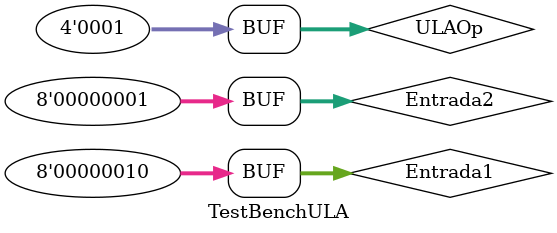
<source format=v>
module TestBenchULA;
reg [7:0] Entrada1;
reg [7:0] Entrada2;
reg [3:0] ULAOp;
wire [7:0] Resultado;
wire [7:0]Set;
wire Zero;
initial begin
	Entrada1=8'b00000000; Entrada2=8'b11111111; ULAOp=3'b010; 
	#1 Entrada1=8'b00000001; Entrada2=8'b11111111; ULAOp=3'b010; 
	#1 Entrada1=8'b00000001; Entrada2=8'b11111111; ULAOp=3'b010; 
	#1 Entrada1=8'b00000000; Entrada2=8'b11111111; ULAOp=3'b101;
	#1 Entrada1=8'b11111111; Entrada2=8'b00000000; ULAOp=3'b101; 
	#1 Entrada1=8'b11111111; Entrada2=8'b00000000; ULAOp=3'b011;
	#1 Entrada1=8'b00000000; Entrada2=8'b00000000; ULAOp=3'b011;
	#1 Entrada1=8'b00000010; Entrada2=8'b11111111; ULAOp=3'b000;
	#1 Entrada1=8'b00000010; Entrada2=8'b00000001; ULAOp=3'b001;
end
initial begin
	$monitor("Time=%0d ULAOp=%b Entrada1=%b Entrada2=%b Resultado=%b Set=%b Zero=%b",
		$time, ULAOp, Entrada1, Entrada2, Resultado, Set, Zero);
end
ULA ULA1( 
	.Entrada1(Entrada1), 
	.Entrada2(Entrada2), 
	.Zero(Zero), 
	.Resultado(Resultado), 
	.Set(Set), 
	.ULAOp(ULAOp)
	);
endmodule
</source>
